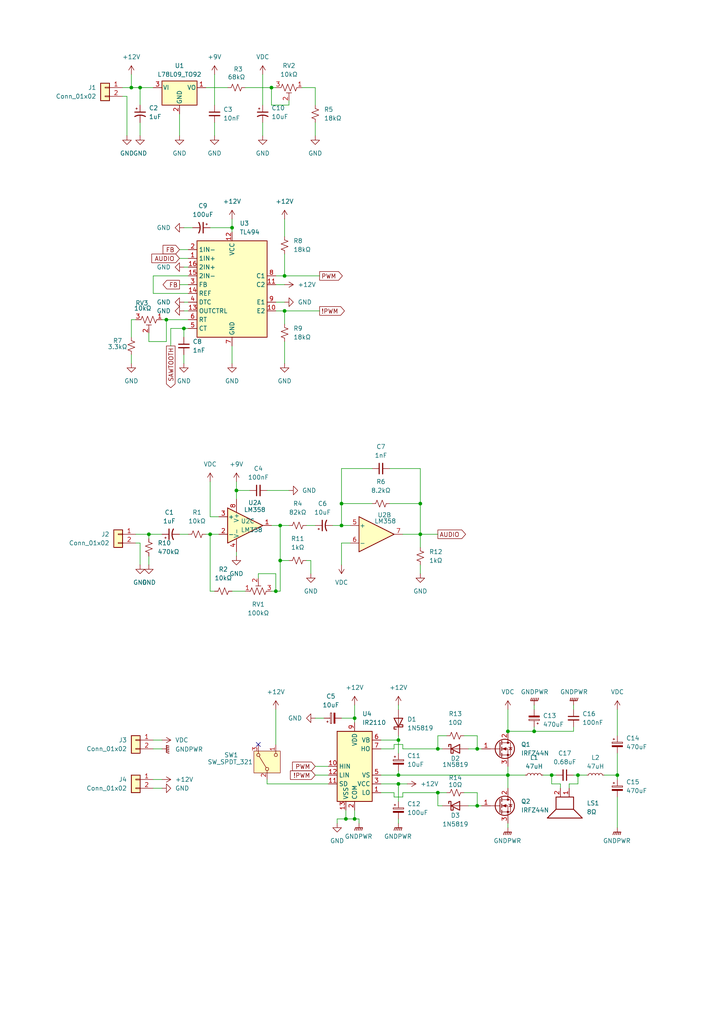
<source format=kicad_sch>
(kicad_sch (version 20231120) (generator "eeschema") (generator_version "8.0")
  (paper "A4" portrait)
  (lib_symbols
    (symbol "Amplifier_Operational:LM358" (pin_names (offset 0.127))
      (property "Reference" "U" (at 0 5.08 0))
      (property "Value" "LM358" (at 0 -5.08 0))
      (symbol "LM358_1_1"
        (pin output line (at 7.62 0 180) (length 2.54) (name "~") (number "1"))
        (pin input line (at -7.62 -2.54 0) (length 2.54) (name "-") (number "2"))
        (pin input line (at -7.62 2.54 0) (length 2.54) (name "+") (number "3"))
      )
      (symbol "LM358_2_1"
        (pin input line (at -7.62 2.54 0) (length 2.54) (name "+") (number "5"))
        (pin input line (at -7.62 -2.54 0) (length 2.54) (name "-") (number "6"))
        (pin output line (at 7.62 0 180) (length 2.54) (name "~") (number "7"))
      )
      (symbol "LM358_3_1"
        (pin power_in line (at -2.54 -7.62 90) (length 3.81) (name "V-") (number "4"))
        (pin power_in line (at -2.54 7.62 270) (length 3.81) (name "V+") (number "8"))
      )
    )
    (symbol "Connector_Generic:Conn_01x02" (pin_names (offset 1.016) hide)
      (property "Reference" "J" (at 0 2.54 0))
      (property "Value" "Conn_01x02" (at 0 -5.08 0))
      (symbol "Conn_01x02_1_1"
        (pin passive line (at -5.08 0 0) (length 3.81) (name "Pin_1") (number "1"))
        (pin passive line (at -5.08 -2.54 0) (length 3.81) (name "Pin_2") (number "2"))
      )
    )
    (symbol "Device:C_Polarized_Small" (pin_numbers hide) (pin_names (offset 0.254) hide)
      (property "Reference" "C" (at 0.254 1.778 0))
      (property "Value" "C_Polarized_Small" (at 0.254 -2.032 0))
      (symbol "C_Polarized_Small_1_1"
        (pin passive line (at 0 2.54 270) (length 1.8542) (name "~") (number "1"))
        (pin passive line (at 0 -2.54 90) (length 1.8542) (name "~") (number "2"))
      )
    )
    (symbol "Device:C_Polarized_Small_US" (pin_numbers hide) (pin_names (offset 0.254) hide)
      (property "Reference" "C" (at 0.254 1.778 0))
      (property "Value" "C_Polarized_Small_US" (at 0.254 -2.032 0))
      (symbol "C_Polarized_Small_US_1_1"
        (pin passive line (at 0 2.54 270) (length 2.032) (name "~") (number "1"))
        (pin passive line (at 0 -2.54 90) (length 2.032) (name "~") (number "2"))
      )
    )
    (symbol "Device:C_Small" (pin_numbers hide) (pin_names (offset 0.254) hide)
      (property "Reference" "C" (at 0.254 1.778 0))
      (property "Value" "C_Small" (at 0.254 -2.032 0))
      (symbol "C_Small_1_1"
        (pin passive line (at 0 2.54 270) (length 2.032) (name "~") (number "1"))
        (pin passive line (at 0 -2.54 90) (length 2.032) (name "~") (number "2"))
      )
    )
    (symbol "Device:L_Small" (pin_numbers hide) (pin_names (offset 0.254) hide)
      (property "Reference" "L" (at 0.762 1.016 0))
      (property "Value" "L_Small" (at 0.762 -1.016 0))
      (symbol "L_Small_1_1"
        (pin passive line (at 0 2.54 270) (length 0.508) (name "~") (number "1"))
        (pin passive line (at 0 -2.54 90) (length 0.508) (name "~") (number "2"))
      )
    )
    (symbol "Device:R_Potentiometer_Trim_US" (pin_names (offset 1.016) hide)
      (property "Reference" "RV" (at -4.445 0 90))
      (property "Value" "R_Potentiometer_Trim_US" (at -2.54 0 90))
      (symbol "R_Potentiometer_Trim_US_1_1"
        (pin passive line (at 0 3.81 270) (length 1.27) (name "1") (number "1"))
        (pin passive line (at 3.81 0 180) (length 1.27) (name "2") (number "2"))
        (pin passive line (at 0 -3.81 90) (length 1.27) (name "3") (number "3"))
      )
    )
    (symbol "Device:R_Small_US" (pin_numbers hide) (pin_names (offset 0.254) hide)
      (property "Reference" "R" (at 0.762 0.508 0))
      (property "Value" "R_Small_US" (at 0.762 -1.016 0))
      (symbol "R_Small_US_1_1"
        (pin passive line (at 0 2.54 270) (length 1.016) (name "~") (number "1"))
        (pin passive line (at 0 -2.54 90) (length 1.016) (name "~") (number "2"))
      )
    )
    (symbol "Device:Speaker" (pin_names (offset 0) hide)
      (property "Reference" "LS" (at 1.27 5.715 0))
      (property "Value" "Speaker" (at 1.27 3.81 0))
      (symbol "Speaker_1_1"
        (pin input line (at -5.08 0 0) (length 2.54) (name "1") (number "1"))
        (pin input line (at -5.08 -2.54 0) (length 2.54) (name "2") (number "2"))
      )
    )
    (symbol "Diode:1N5819" (pin_numbers hide) (pin_names (offset 1.016) hide)
      (property "Reference" "D" (at 0 2.54 0))
      (property "Value" "1N5819" (at 0 -2.54 0))
      (symbol "1N5819_1_1"
        (pin passive line (at -3.81 0 0) (length 2.54) (name "K") (number "1"))
        (pin passive line (at 3.81 0 180) (length 2.54) (name "A") (number "2"))
      )
    )
    (symbol "Driver_FET:IR2110"
      (property "Reference" "U" (at 1.27 13.335 0))
      (property "Value" "IR2110" (at 1.27 11.43 0))
      (symbol "IR2110_1_1"
        (pin output line (at 7.62 -7.62 180) (length 2.54) (name "LO") (number "1"))
        (pin input line (at -7.62 0 0) (length 2.54) (name "HIN") (number "10"))
        (pin input line (at -7.62 -5.08 0) (length 2.54) (name "SD") (number "11"))
        (pin input line (at -7.62 -2.54 0) (length 2.54) (name "LIN") (number "12"))
        (pin power_in line (at -2.54 -12.7 90) (length 2.54) (name "VSS") (number "13"))
        (pin no_connect line (at -5.08 2.54 0) (length 2.54) hide (name "NC") (number "14"))
        (pin power_in line (at 0 -12.7 90) (length 2.54) (name "COM") (number "2"))
        (pin power_in line (at 7.62 -5.08 180) (length 2.54) (name "VCC") (number "3"))
        (pin no_connect line (at -5.08 7.62 0) (length 2.54) hide (name "NC") (number "4"))
        (pin passive line (at 7.62 -2.54 180) (length 2.54) (name "VS") (number "5"))
        (pin passive line (at 7.62 7.62 180) (length 2.54) (name "VB") (number "6"))
        (pin output line (at 7.62 5.08 180) (length 2.54) (name "HO") (number "7"))
        (pin no_connect line (at -5.08 5.08 0) (length 2.54) hide (name "NC") (number "8"))
        (pin power_in line (at 0 12.7 270) (length 2.54) (name "VDD") (number "9"))
      )
    )
    (symbol "Regulator_Controller:TL494"
      (property "Reference" "U" (at 3.81 19.05 0))
      (property "Value" "TL494" (at 3.81 16.51 0))
      (symbol "TL494_1_1"
        (pin input line (at -12.7 10.16 0) (length 2.54) (name "1IN+") (number "1"))
        (pin passive line (at 12.7 -5.08 180) (length 2.54) (name "E2") (number "10"))
        (pin passive line (at 12.7 2.54 180) (length 2.54) (name "C2") (number "11"))
        (pin power_in line (at 0 17.78 270) (length 2.54) (name "VCC") (number "12"))
        (pin input line (at -12.7 -5.08 0) (length 2.54) (name "OUTCTRL") (number "13"))
        (pin power_out line (at -12.7 0 0) (length 2.54) (name "REF") (number "14"))
        (pin input line (at -12.7 5.08 0) (length 2.54) (name "2IN-") (number "15"))
        (pin input line (at -12.7 7.62 0) (length 2.54) (name "2IN+") (number "16"))
        (pin input line (at -12.7 12.7 0) (length 2.54) (name "1IN-") (number "2"))
        (pin output line (at -12.7 2.54 0) (length 2.54) (name "FB") (number "3"))
        (pin input line (at -12.7 -2.54 0) (length 2.54) (name "DTC") (number "4"))
        (pin passive line (at -12.7 -10.16 0) (length 2.54) (name "CT") (number "5"))
        (pin passive line (at -12.7 -7.62 0) (length 2.54) (name "RT") (number "6"))
        (pin power_in line (at 0 -15.24 90) (length 2.54) (name "GND") (number "7"))
        (pin passive line (at 12.7 5.08 180) (length 2.54) (name "C1") (number "8"))
        (pin passive line (at 12.7 -2.54 180) (length 2.54) (name "E1") (number "9"))
      )
    )
    (symbol "Regulator_Linear:L78L09_TO92" (pin_names (offset 0.254))
      (property "Reference" "U" (at -3.81 3.175 0))
      (property "Value" "L78L09_TO92" (at 0 3.175 0))
      (symbol "L78L09_TO92_1_1"
        (pin power_out line (at 7.62 0 180) (length 2.54) (name "VO") (number "1"))
        (pin power_in line (at 0 -7.62 90) (length 2.54) (name "GND") (number "2"))
        (pin power_in line (at -7.62 0 0) (length 2.54) (name "VI") (number "3"))
      )
    )
    (symbol "Switch:SW_SPDT_321" (pin_names (offset 1) hide)
      (property "Reference" "SW" (at 0 5.08 0))
      (property "Value" "SW_SPDT_321" (at 0 -5.08 0))
      (symbol "SW_SPDT_321_1_1"
        (pin passive line (at 5.08 -2.54 180) (length 2.54) (name "C") (number "1"))
        (pin passive line (at -5.08 0 0) (length 2.54) (name "B") (number "2"))
        (pin passive line (at 5.08 2.54 180) (length 2.54) (name "A") (number "3"))
      )
    )
    (symbol "Transistor_FET:IRLZ44N" (pin_names hide)
      (property "Reference" "Q" (at 5.08 1.905 0))
      (property "Value" "IRLZ44N" (at 5.08 0 0))
      (symbol "IRLZ44N_1_1"
        (pin input line (at -5.08 0 0) (length 2.54) (name "G") (number "1"))
        (pin passive line (at 2.54 5.08 270) (length 2.54) (name "D") (number "2"))
        (pin passive line (at 2.54 -5.08 90) (length 2.54) (name "S") (number "3"))
      )
    )
    (symbol "power:+12V" (power) (pin_numbers hide) (pin_names (offset 0) hide)
      (property "Value" "+12V" (at 0 3.556 0))
      (symbol "+12V_1_1"
        (pin power_in line (at 0 0 90) (length 0) (name "~") (number "1"))
      )
    )
    (symbol "power:+9V" (power) (pin_numbers hide) (pin_names (offset 0) hide)
      (property "Value" "+9V" (at 0 3.556 0))
      (symbol "+9V_1_1"
        (pin power_in line (at 0 0 90) (length 0) (name "~") (number "1"))
      )
    )
    (symbol "power:GND" (power) (pin_numbers hide) (pin_names (offset 0) hide)
      (property "Value" "GND" (at 0 -3.81 0))
      (symbol "GND_1_1"
        (pin power_in line (at 0 0 270) (length 0) (name "~") (number "1"))
      )
    )
    (symbol "power:GNDPWR" (power) (pin_numbers hide) (pin_names (offset 0) hide)
      (property "Value" "GNDPWR" (at 0 -3.302 0))
      (symbol "GNDPWR_1_1"
        (pin power_in line (at 0 0 270) (length 0) (name "~") (number "1"))
      )
    )
    (symbol "power:VDC" (power) (pin_numbers hide) (pin_names (offset 0) hide)
      (property "Value" "VDC" (at 0 3.556 0))
      (symbol "VDC_1_1"
        (pin power_in line (at 0 0 90) (length 0) (name "~") (number "1"))
      )
    )
  )
  (junction (at 154.94 212.09))
  (junction (at 102.87 208.28))
  (junction (at 121.92 146.05))
  (junction (at 138.43 217.17))
  (junction (at 60.96 154.94))
  (junction (at 82.55 90.17))
  (junction (at 38.1 25.4))
  (junction (at 81.28 162.56))
  (junction (at 138.43 233.68))
  (junction (at 115.57 214.63))
  (junction (at 160.02 224.79))
  (junction (at 100.33 237.49))
  (junction (at 48.26 92.71))
  (junction (at 115.57 227.33))
  (junction (at 82.55 80.01))
  (junction (at 80.01 171.45))
  (junction (at 99.06 146.05))
  (junction (at 121.92 154.94))
  (junction (at 147.32 212.09))
  (junction (at 67.31 66.04))
  (junction (at 115.57 224.79))
  (junction (at 127 229.87))
  (junction (at 53.34 95.25))
  (junction (at 147.32 224.79))
  (junction (at 43.18 154.94))
  (junction (at 102.87 237.49))
  (junction (at 99.06 152.4))
  (junction (at 40.64 25.4))
  (junction (at 81.28 152.4))
  (junction (at 167.64 224.79))
  (junction (at 68.58 142.24))
  (junction (at 179.07 224.79))
  (junction (at 127 217.17))
  (junction (at 78.74 25.4))
  (no_connect (at 74.93 215.9))
  (wire (pts (xy 114.3 229.87) (xy 114.3 231.14)))
  (wire (pts (xy 114.3 217.17) (xy 114.3 215.9)))
  (wire (pts (xy 63.5 149.86) (xy 60.96 149.86)))
  (wire (pts (xy 44.45 85.09) (xy 44.45 80.01)))
  (wire (pts (xy 115.57 204.47) (xy 115.57 205.74)))
  (wire (pts (xy 167.64 227.33) (xy 167.64 224.79)))
  (wire (pts (xy 40.64 35.56) (xy 40.64 39.37)))
  (wire (pts (xy 128.27 233.68) (xy 127 233.68)))
  (wire (pts (xy 48.26 92.71) (xy 54.61 92.71)))
  (wire (pts (xy 53.34 77.47) (xy 54.61 77.47)))
  (wire (pts (xy 115.57 214.63) (xy 115.57 218.44)))
  (wire (pts (xy 102.87 204.47) (xy 102.87 208.28)))
  (wire (pts (xy 62.23 21.59) (xy 62.23 30.48)))
  (wire (pts (xy 99.06 157.48) (xy 99.06 163.83)))
  (wire (pts (xy 80.01 205.74) (xy 80.01 215.9)))
  (wire (pts (xy 118.11 227.33) (xy 115.57 227.33)))
  (wire (pts (xy 99.06 152.4) (xy 101.6 152.4)))
  (wire (pts (xy 44.45 226.06) (xy 46.99 226.06)))
  (wire (pts (xy 39.37 154.94) (xy 43.18 154.94)))
  (wire (pts (xy 110.49 217.17) (xy 114.3 217.17)))
  (wire (pts (xy 43.18 154.94) (xy 43.18 156.21)))
  (wire (pts (xy 127 217.17) (xy 128.27 217.17)))
  (wire (pts (xy 54.61 85.09) (xy 44.45 85.09)))
  (wire (pts (xy 49.53 95.25) (xy 53.34 95.25)))
  (wire (pts (xy 110.49 214.63) (xy 115.57 214.63)))
  (wire (pts (xy 121.92 146.05) (xy 121.92 154.94)))
  (wire (pts (xy 175.26 224.79) (xy 179.07 224.79)))
  (wire (pts (xy 116.84 217.17) (xy 127 217.17)))
  (wire (pts (xy 110.49 224.79) (xy 115.57 224.79)))
  (wire (pts (xy 91.44 208.28) (xy 93.98 208.28)))
  (wire (pts (xy 147.32 222.25) (xy 147.32 224.79)))
  (wire (pts (xy 52.07 72.39) (xy 54.61 72.39)))
  (wire (pts (xy 43.18 154.94) (xy 46.99 154.94)))
  (wire (pts (xy 134.62 229.87) (xy 138.43 229.87)))
  (wire (pts (xy 154.94 210.82) (xy 154.94 212.09)))
  (wire (pts (xy 60.96 149.86) (xy 60.96 139.7)))
  (wire (pts (xy 82.55 93.98) (xy 82.55 90.17)))
  (wire (pts (xy 110.49 229.87) (xy 114.3 229.87)))
  (wire (pts (xy 113.03 146.05) (xy 121.92 146.05)))
  (wire (pts (xy 166.37 224.79) (xy 167.64 224.79)))
  (wire (pts (xy 115.57 227.33) (xy 115.57 232.41)))
  (wire (pts (xy 44.45 80.01) (xy 54.61 80.01)))
  (wire (pts (xy 121.92 154.94) (xy 121.92 158.75)))
  (wire (pts (xy 52.07 74.93) (xy 54.61 74.93)))
  (wire (pts (xy 147.32 224.79) (xy 147.32 228.6)))
  (wire (pts (xy 81.28 162.56) (xy 81.28 152.4)))
  (wire (pts (xy 147.32 205.74) (xy 147.32 212.09)))
  (wire (pts (xy 147.32 238.76) (xy 147.32 240.03)))
  (wire (pts (xy 44.45 217.17) (xy 46.99 217.17)))
  (wire (pts (xy 82.55 90.17) (xy 92.71 90.17)))
  (wire (pts (xy 115.57 213.36) (xy 115.57 214.63)))
  (wire (pts (xy 53.34 87.63) (xy 54.61 87.63)))
  (wire (pts (xy 59.69 154.94) (xy 60.96 154.94)))
  (wire (pts (xy 99.06 208.28) (xy 102.87 208.28)))
  (wire (pts (xy 154.94 212.09) (xy 147.32 212.09)))
  (wire (pts (xy 81.28 171.45) (xy 81.28 162.56)))
  (wire (pts (xy 80.01 171.45) (xy 81.28 171.45)))
  (wire (pts (xy 166.37 210.82) (xy 166.37 212.09)))
  (wire (pts (xy 80.01 166.37) (xy 80.01 171.45)))
  (wire (pts (xy 44.45 214.63) (xy 46.99 214.63)))
  (wire (pts (xy 76.2 21.59) (xy 76.2 30.48)))
  (wire (pts (xy 48.26 92.71) (xy 48.26 99.06)))
  (wire (pts (xy 138.43 229.87) (xy 138.43 233.68)))
  (wire (pts (xy 53.34 95.25) (xy 54.61 95.25)))
  (wire (pts (xy 38.1 21.59) (xy 38.1 25.4)))
  (wire (pts (xy 74.93 166.37) (xy 80.01 166.37)))
  (wire (pts (xy 135.89 217.17) (xy 138.43 217.17)))
  (wire (pts (xy 78.74 152.4) (xy 81.28 152.4)))
  (wire (pts (xy 52.07 154.94) (xy 54.61 154.94)))
  (wire (pts (xy 53.34 90.17) (xy 54.61 90.17)))
  (wire (pts (xy 114.3 215.9) (xy 116.84 215.9)))
  (wire (pts (xy 81.28 152.4) (xy 83.82 152.4)))
  (wire (pts (xy 40.64 25.4) (xy 40.64 30.48)))
  (wire (pts (xy 46.99 92.71) (xy 48.26 92.71)))
  (wire (pts (xy 127 213.36) (xy 127 217.17)))
  (wire (pts (xy 113.03 135.89) (xy 121.92 135.89)))
  (wire (pts (xy 83.82 29.21) (xy 83.82 30.48)))
  (wire (pts (xy 71.12 25.4) (xy 78.74 25.4)))
  (wire (pts (xy 165.1 227.33) (xy 167.64 227.33)))
  (wire (pts (xy 179.07 224.79) (xy 179.07 226.06)))
  (wire (pts (xy 38.1 25.4) (xy 40.64 25.4)))
  (wire (pts (xy 100.33 234.95) (xy 100.33 237.49)))
  (wire (pts (xy 157.48 224.79) (xy 160.02 224.79)))
  (wire (pts (xy 68.58 142.24) (xy 68.58 144.78)))
  (wire (pts (xy 104.14 237.49) (xy 102.87 237.49)))
  (wire (pts (xy 78.74 25.4) (xy 80.01 25.4)))
  (wire (pts (xy 67.31 100.33) (xy 67.31 105.41)))
  (wire (pts (xy 90.17 162.56) (xy 88.9 162.56)))
  (wire (pts (xy 68.58 142.24) (xy 72.39 142.24)))
  (wire (pts (xy 81.28 162.56) (xy 83.82 162.56)))
  (wire (pts (xy 162.56 228.6) (xy 162.56 227.33)))
  (wire (pts (xy 40.64 157.48) (xy 40.64 163.83)))
  (wire (pts (xy 80.01 80.01) (xy 82.55 80.01)))
  (wire (pts (xy 60.96 66.04) (xy 67.31 66.04)))
  (wire (pts (xy 116.84 215.9) (xy 116.84 217.17)))
  (wire (pts (xy 104.14 238.76) (xy 104.14 237.49)))
  (wire (pts (xy 40.64 25.4) (xy 44.45 25.4)))
  (wire (pts (xy 76.2 35.56) (xy 76.2 39.37)))
  (wire (pts (xy 115.57 237.49) (xy 115.57 238.76)))
  (wire (pts (xy 49.53 100.33) (xy 49.53 95.25)))
  (wire (pts (xy 78.74 30.48) (xy 78.74 25.4)))
  (wire (pts (xy 116.84 154.94) (xy 121.92 154.94)))
  (wire (pts (xy 77.47 226.06) (xy 77.47 227.33)))
  (wire (pts (xy 83.82 30.48) (xy 78.74 30.48)))
  (wire (pts (xy 179.07 218.44) (xy 179.07 224.79)))
  (wire (pts (xy 67.31 171.45) (xy 71.12 171.45)))
  (wire (pts (xy 166.37 204.47) (xy 166.37 205.74)))
  (wire (pts (xy 102.87 208.28) (xy 102.87 209.55)))
  (wire (pts (xy 91.44 25.4) (xy 91.44 30.48)))
  (wire (pts (xy 138.43 213.36) (xy 138.43 217.17)))
  (wire (pts (xy 138.43 233.68) (xy 139.7 233.68)))
  (wire (pts (xy 53.34 66.04) (xy 55.88 66.04)))
  (wire (pts (xy 160.02 227.33) (xy 160.02 224.79)))
  (wire (pts (xy 82.55 80.01) (xy 92.71 80.01)))
  (wire (pts (xy 91.44 222.25) (xy 95.25 222.25)))
  (wire (pts (xy 38.1 92.71) (xy 39.37 92.71)))
  (wire (pts (xy 127 233.68) (xy 127 229.87)))
  (wire (pts (xy 67.31 66.04) (xy 67.31 67.31)))
  (wire (pts (xy 110.49 227.33) (xy 115.57 227.33)))
  (wire (pts (xy 107.95 135.89) (xy 99.06 135.89)))
  (wire (pts (xy 80.01 90.17) (xy 82.55 90.17)))
  (wire (pts (xy 139.7 217.17) (xy 138.43 217.17)))
  (wire (pts (xy 99.06 146.05) (xy 99.06 152.4)))
  (wire (pts (xy 52.07 82.55) (xy 54.61 82.55)))
  (wire (pts (xy 115.57 224.79) (xy 147.32 224.79)))
  (wire (pts (xy 60.96 154.94) (xy 60.96 171.45)))
  (wire (pts (xy 39.37 157.48) (xy 40.64 157.48)))
  (wire (pts (xy 116.84 231.14) (xy 116.84 229.87)))
  (wire (pts (xy 160.02 224.79) (xy 161.29 224.79)))
  (wire (pts (xy 121.92 163.83) (xy 121.92 166.37)))
  (wire (pts (xy 36.83 27.94) (xy 36.83 39.37)))
  (wire (pts (xy 115.57 223.52) (xy 115.57 224.79)))
  (wire (pts (xy 91.44 35.56) (xy 91.44 39.37)))
  (wire (pts (xy 101.6 157.48) (xy 99.06 157.48)))
  (wire (pts (xy 147.32 224.79) (xy 152.4 224.79)))
  (wire (pts (xy 78.74 171.45) (xy 80.01 171.45)))
  (wire (pts (xy 154.94 204.47) (xy 154.94 205.74)))
  (wire (pts (xy 116.84 229.87) (xy 127 229.87)))
  (wire (pts (xy 59.69 25.4) (xy 66.04 25.4)))
  (wire (pts (xy 74.93 167.64) (xy 74.93 166.37)))
  (wire (pts (xy 60.96 154.94) (xy 63.5 154.94)))
  (wire (pts (xy 77.47 227.33) (xy 95.25 227.33)))
  (wire (pts (xy 121.92 154.94) (xy 127 154.94)))
  (wire (pts (xy 68.58 160.02) (xy 68.58 161.29)))
  (wire (pts (xy 43.18 99.06) (xy 48.26 99.06)))
  (wire (pts (xy 77.47 142.24) (xy 83.82 142.24)))
  (wire (pts (xy 38.1 97.79) (xy 38.1 92.71)))
  (wire (pts (xy 35.56 27.94) (xy 36.83 27.94)))
  (wire (pts (xy 82.55 99.06) (xy 82.55 105.41)))
  (wire (pts (xy 82.55 63.5) (xy 82.55 68.58)))
  (wire (pts (xy 100.33 237.49) (xy 97.79 237.49)))
  (wire (pts (xy 87.63 25.4) (xy 91.44 25.4)))
  (wire (pts (xy 97.79 237.49) (xy 97.79 238.76)))
  (wire (pts (xy 90.17 166.37) (xy 90.17 162.56)))
  (wire (pts (xy 53.34 97.79) (xy 53.34 95.25)))
  (wire (pts (xy 102.87 237.49) (xy 100.33 237.49)))
  (wire (pts (xy 38.1 102.87) (xy 38.1 105.41)))
  (wire (pts (xy 43.18 161.29) (xy 43.18 163.83)))
  (wire (pts (xy 162.56 227.33) (xy 160.02 227.33)))
  (wire (pts (xy 114.3 231.14) (xy 116.84 231.14)))
  (wire (pts (xy 166.37 212.09) (xy 154.94 212.09)))
  (wire (pts (xy 102.87 234.95) (xy 102.87 237.49)))
  (wire (pts (xy 68.58 139.7) (xy 68.58 142.24)))
  (wire (pts (xy 127 229.87) (xy 129.54 229.87)))
  (wire (pts (xy 134.62 213.36) (xy 138.43 213.36)))
  (wire (pts (xy 62.23 171.45) (xy 60.96 171.45)))
  (wire (pts (xy 135.89 233.68) (xy 138.43 233.68)))
  (wire (pts (xy 82.55 80.01) (xy 82.55 73.66)))
  (wire (pts (xy 91.44 224.79) (xy 95.25 224.79)))
  (wire (pts (xy 121.92 135.89) (xy 121.92 146.05)))
  (wire (pts (xy 99.06 135.89) (xy 99.06 146.05)))
  (wire (pts (xy 62.23 35.56) (xy 62.23 39.37)))
  (wire (pts (xy 44.45 228.6) (xy 46.99 228.6)))
  (wire (pts (xy 167.64 224.79) (xy 170.18 224.79)))
  (wire (pts (xy 99.06 146.05) (xy 107.95 146.05)))
  (wire (pts (xy 179.07 205.74) (xy 179.07 213.36)))
  (wire (pts (xy 35.56 25.4) (xy 38.1 25.4)))
  (wire (pts (xy 88.9 152.4) (xy 91.44 152.4)))
  (wire (pts (xy 52.07 33.02) (xy 52.07 39.37)))
  (wire (pts (xy 80.01 82.55) (xy 82.55 82.55)))
  (wire (pts (xy 43.18 96.52) (xy 43.18 99.06)))
  (wire (pts (xy 179.07 231.14) (xy 179.07 240.03)))
  (wire (pts (xy 165.1 228.6) (xy 165.1 227.33)))
  (wire (pts (xy 67.31 63.5) (xy 67.31 66.04)))
  (wire (pts (xy 129.54 213.36) (xy 127 213.36)))
  (wire (pts (xy 96.52 152.4) (xy 99.06 152.4)))
  (wire (pts (xy 80.01 87.63) (xy 82.55 87.63)))
  (wire (pts (xy 53.34 102.87) (xy 53.34 105.41)))
  (global_label "FB" (shape input) (at 52.07 72.39 180) (property "Intersheetrefs" "${INTERSHEET_REFS}" (effects (hide yes))))
  (global_label "PWM" (shape input) (at 91.44 222.25 180) (property "Intersheetrefs" "${INTERSHEET_REFS}" (effects (hide yes))))
  (global_label "FB" (shape output) (at 52.07 82.55 180) (property "Intersheetrefs" "${INTERSHEET_REFS}" (effects (hide yes))))
  (global_label "PWM" (shape output) (at 92.71 80.01 0) (property "Intersheetrefs" "${INTERSHEET_REFS}" (effects (hide yes))))
  (global_label "AUDIO" (shape output) (at 127 154.94 0) (property "Intersheetrefs" "${INTERSHEET_REFS}" (effects (hide yes))))
  (global_label "!PWM" (shape output) (at 92.71 90.17 0) (property "Intersheetrefs" "${INTERSHEET_REFS}" (effects (hide yes))))
  (global_label "SAWTOOTH" (shape output) (at 49.53 100.33 270) (property "Intersheetrefs" "${INTERSHEET_REFS}" (effects (hide yes))))
  (global_label "AUDIO" (shape input) (at 52.07 74.93 180) (property "Intersheetrefs" "${INTERSHEET_REFS}" (effects (hide yes))))
  (global_label "!PWM" (shape input) (at 91.44 224.79 180) (property "Intersheetrefs" "${INTERSHEET_REFS}" (effects (hide yes))))
  (symbol (lib_id "Device:L_Small") (at 154.94 224.79 90) (unit 1)
    (property "Reference" "L1" (at 154.94 219.71 90))
    (property "Value" "47uH" (at 154.94 222.25 90))
    (property "Footprint" "Inductor_THT:L_Radial_D12.5mm_P7.00mm_Fastron_09HCP" (effects (hide yes)))
    (property "Description" "Inductor, small symbol" (effects (hide yes)))
  )
  (symbol (lib_id "Device:R_Small_US") (at 64.77 171.45 90) (unit 1)
    (property "Reference" "R2" (at 64.77 165.1 90))
    (property "Value" "10kΩ" (at 64.77 167.64 90))
    (property "Footprint" "Resistor_THT:R_Axial_DIN0204_L3.6mm_D1.6mm_P7.62mm_Horizontal" (effects (hide yes)))
    (property "Description" "Resistor, small US symbol" (effects (hide yes)))
  )
  (symbol (lib_id "Device:C_Small") (at 74.93 142.24 90) (unit 1)
    (property "Reference" "C4" (at 74.9363 135.89 90))
    (property "Value" "100nF" (at 74.9363 138.43 90))
    (property "Footprint" "Capacitor_THT:C_Disc_D5.0mm_W2.5mm_P5.00mm" (effects (hide yes)))
    (property "Description" "Unpolarized capacitor, small symbol" (effects (hide yes)))
  )
  (symbol (lib_id "Device:C_Polarized_Small") (at 179.07 228.6 0) (unit 1)
    (property "Reference" "C15" (at 181.61 226.7838 0) (effects (justify left)))
    (property "Value" "470uF" (at 181.61 229.3238 0) (effects (justify left)))
    (property "Footprint" "Capacitor_THT:CP_Radial_D10.0mm_P5.00mm" (effects (hide yes)))
    (property "Description" "Polarized capacitor, small symbol" (effects (hide yes)))
  )
  (symbol (lib_id "Device:C_Polarized_Small_US") (at 58.42 66.04 270) (unit 1)
    (property "Reference" "C9" (at 58.8518 59.69 90))
    (property "Value" "100uF" (at 58.8518 62.23 90))
    (property "Footprint" "Capacitor_THT:CP_Radial_D6.3mm_P2.50mm" (effects (hide yes)))
    (property "Description" "Polarized capacitor, small US symbol" (effects (hide yes)))
  )
  (symbol (lib_id "Device:L_Small") (at 172.72 224.79 90) (unit 1)
    (property "Reference" "L2" (at 172.72 219.71 90))
    (property "Value" "47uH" (at 172.72 222.25 90))
    (property "Footprint" "Inductor_THT:L_Radial_D12.5mm_P7.00mm_Fastron_09HCP" (effects (hide yes)))
    (property "Description" "Inductor, small symbol" (effects (hide yes)))
  )
  (symbol (lib_id "power:VDC") (at 60.96 139.7 0) (unit 1)
    (property "Reference" "#PWR013" (effects (hide yes)))
    (property "Value" "VDC" (at 60.96 134.62 0))
    (property "Description" "Power symbol creates a global label with name \"VDC\"" (effects (hide yes)))
  )
  (symbol (lib_id "Regulator_Controller:TL494") (at 67.31 85.09 0) (unit 1)
    (property "Reference" "U3" (at 69.5041 64.77 0) (effects (justify left)))
    (property "Value" "TL494" (at 69.5041 67.31 0) (effects (justify left)))
    (property "Footprint" "Package_DIP:DIP-16_W7.62mm" (effects (hide yes)))
    (property "Datasheet" "http://www.ti.com/lit/ds/symlink/tl494.pdf" (effects (hide yes)))
    (property "Description" "Pulse-Width-Modulation Control Circuits, PDIP-16/SOIC-16/TSSOP-16" (effects (hide yes)))
  )
  (symbol (lib_id "Connector_Generic:Conn_01x02") (at 39.37 214.63 0) (mirror y) (unit 1)
    (property "Reference" "J3" (at 36.83 214.6299 0) (effects (justify left)))
    (property "Value" "Conn_01x02" (at 36.83 217.1699 0) (effects (justify left)))
    (property "Footprint" "Connector_JST:JST_XH_B2B-XH-A_1x02_P2.50mm_Vertical" (effects (hide yes)))
    (property "Description" "Generic connector, single row, 01x02, script generated (kicad-library-utils/schlib/autogen/connector/)" (effects (hide yes)))
  )
  (symbol (lib_id "power:GND") (at 53.34 90.17 270) (unit 1)
    (property "Reference" "#PWR026" (effects (hide yes)))
    (property "Value" "GND" (at 49.53 90.1699 90) (effects (justify right)))
    (property "Description" "Power symbol creates a global label with name \"GND\" , ground" (effects (hide yes)))
  )
  (symbol (lib_id "power:GND") (at 36.83 39.37 0) (unit 1)
    (property "Reference" "#PWR05" (effects (hide yes)))
    (property "Value" "GND" (at 36.83 44.45 0))
    (property "Description" "Power symbol creates a global label with name \"GND\" , ground" (effects (hide yes)))
  )
  (symbol (lib_id "power:GND") (at 52.07 39.37 0) (unit 1)
    (property "Reference" "#PWR07" (effects (hide yes)))
    (property "Value" "GND" (at 52.07 44.45 0))
    (property "Description" "Power symbol creates a global label with name \"GND\" , ground" (effects (hide yes)))
  )
  (symbol (lib_id "power:VDC") (at 76.2 21.59 0) (unit 1)
    (property "Reference" "#PWR04" (effects (hide yes)))
    (property "Value" "VDC" (at 76.2 16.51 0))
    (property "Description" "Power symbol creates a global label with name \"VDC\"" (effects (hide yes)))
  )
  (symbol (lib_id "Device:C_Polarized_Small") (at 154.94 208.28 180) (unit 1)
    (property "Reference" "C13" (at 157.48 207.556 0) (effects (justify right)))
    (property "Value" "470uF" (at 157.48 210.096 0) (effects (justify right)))
    (property "Footprint" "Capacitor_THT:CP_Radial_D10.0mm_P5.00mm" (effects (hide yes)))
    (property "Description" "Polarized capacitor, small symbol" (effects (hide yes)))
  )
  (symbol (lib_id "power:GNDPWR") (at 147.32 240.03 0) (unit 1)
    (property "Reference" "#PWR048" (effects (hide yes)))
    (property "Value" "GNDPWR" (at 147.193 243.84 0))
    (property "Description" "Power symbol creates a global label with name \"GNDPWR\" , global ground" (effects (hide yes)))
  )
  (symbol (lib_id "Device:C_Small") (at 62.23 33.02 0) (unit 1)
    (property "Reference" "C3" (at 64.77 31.7562 0) (effects (justify left)))
    (property "Value" "10nF" (at 64.77 34.2962 0) (effects (justify left)))
    (property "Footprint" "Capacitor_THT:C_Disc_D3.8mm_W2.6mm_P2.50mm" (effects (hide yes)))
    (property "Description" "Unpolarized capacitor, small symbol" (effects (hide yes)))
  )
  (symbol (lib_id "power:GNDPWR") (at 46.99 217.17 90) (unit 1)
    (property "Reference" "#PWR035" (effects (hide yes)))
    (property "Value" "GNDPWR" (at 50.8 217.2969 90) (effects (justify right)))
    (property "Description" "Power symbol creates a global label with name \"GNDPWR\" , global ground" (effects (hide yes)))
  )
  (symbol (lib_id "Device:R_Small_US") (at 57.15 154.94 90) (unit 1)
    (property "Reference" "R1" (at 57.15 148.59 90))
    (property "Value" "10kΩ" (at 57.15 151.13 90))
    (property "Footprint" "Resistor_THT:R_Axial_DIN0204_L3.6mm_D1.6mm_P7.62mm_Horizontal" (effects (hide yes)))
    (property "Description" "Resistor, small US symbol" (effects (hide yes)))
  )
  (symbol (lib_id "power:VDC") (at 179.07 205.74 0) (unit 1)
    (property "Reference" "#PWR049" (effects (hide yes)))
    (property "Value" "VDC" (at 179.07 200.66 0))
    (property "Description" "Power symbol creates a global label with name \"VDC\"" (effects (hide yes)))
  )
  (symbol (lib_id "Switch:SW_SPDT_321") (at 77.47 220.98 90) (unit 1)
    (property "Reference" "SW1" (at 65.024 218.948 90) (effects (justify right)))
    (property "Value" "SW_SPDT_321" (at 60.198 220.98 90) (effects (justify right)))
    (property "Footprint" "Button_Switch_THT:SW_NKK_GW12LJP" (effects (hide yes)))
    (property "Description" "Switch, single pole double throw" (effects (hide yes)))
  )
  (symbol (lib_id "Diode:1N5819") (at 132.08 233.68 0) (unit 1)
    (property "Reference" "D3" (at 132.08 236.474 0))
    (property "Value" "1N5819" (at 132.08 239.014 0))
    (property "Footprint" "Diode_THT:D_DO-41_SOD81_P10.16mm_Horizontal" (effects (hide yes)))
    (property "Datasheet" "http://www.vishay.com/docs/88525/1n5817.pdf" (effects (hide yes)))
    (property "Description" "40V 1A Schottky Barrier Rectifier Diode, DO-41" (effects (hide yes)))
  )
  (symbol (lib_id "Connector_Generic:Conn_01x02") (at 34.29 154.94 0) (mirror y) (unit 1)
    (property "Reference" "J2" (at 31.75 154.9399 0) (effects (justify left)))
    (property "Value" "Conn_01x02" (at 31.75 157.4799 0) (effects (justify left)))
    (property "Footprint" "Connector_JST:JST_XH_B2B-XH-A_1x02_P2.50mm_Vertical" (effects (hide yes)))
    (property "Description" "Generic connector, single row, 01x02, script generated (kicad-library-utils/schlib/autogen/connector/)" (effects (hide yes)))
  )
  (symbol (lib_id "Connector_Generic:Conn_01x02") (at 39.37 226.06 0) (mirror y) (unit 1)
    (property "Reference" "J4" (at 36.83 226.0599 0) (effects (justify left)))
    (property "Value" "Conn_01x02" (at 36.83 228.5999 0) (effects (justify left)))
    (property "Footprint" "Connector_JST:JST_XH_B2B-XH-A_1x02_P2.50mm_Vertical" (effects (hide yes)))
    (property "Description" "Generic connector, single row, 01x02, script generated (kicad-library-utils/schlib/autogen/connector/)" (effects (hide yes)))
  )
  (symbol (lib_id "Amplifier_Operational:LM358") (at 71.12 152.4 0) (unit 3)
    (property "Reference" "U2" (at 69.85 151.1299 0) (effects (justify left)))
    (property "Value" "LM358" (at 69.85 153.6699 0) (effects (justify left)))
    (property "Footprint" "Package_DIP:DIP-8_W7.62mm" (effects (hide yes)))
    (property "Datasheet" "http://www.ti.com/lit/ds/symlink/lm2904-n.pdf" (effects (hide yes)))
    (property "Description" "Low-Power, Dual Operational Amplifiers, DIP-8/SOIC-8/TO-99-8" (effects (hide yes)))
  )
  (symbol (lib_id "power:+12V") (at 115.57 204.47 0) (unit 1)
    (property "Reference" "#PWR042" (effects (hide yes)))
    (property "Value" "+12V" (at 115.57 199.39 0))
    (property "Description" "Power symbol creates a global label with name \"+12V\"" (effects (hide yes)))
  )
  (symbol (lib_id "Device:C_Polarized_Small") (at 96.52 208.28 90) (unit 1)
    (property "Reference" "C5" (at 95.9739 201.93 90))
    (property "Value" "10uF" (at 95.9739 204.47 90))
    (property "Footprint" "Capacitor_THT:CP_Radial_D5.0mm_P2.00mm" (effects (hide yes)))
    (property "Description" "Polarized capacitor, small symbol" (effects (hide yes)))
  )
  (symbol (lib_id "power:GND") (at 53.34 66.04 270) (unit 1)
    (property "Reference" "#PWR027" (effects (hide yes)))
    (property "Value" "GND" (at 49.53 66.0399 90) (effects (justify right)))
    (property "Description" "Power symbol creates a global label with name \"GND\" , ground" (effects (hide yes)))
  )
  (symbol (lib_id "power:GND") (at 68.58 161.29 0) (unit 1)
    (property "Reference" "#PWR015" (effects (hide yes)))
    (property "Value" "GND" (at 68.58 166.37 0))
    (property "Description" "Power symbol creates a global label with name \"GND\" , ground" (effects (hide yes)))
  )
  (symbol (lib_id "Amplifier_Operational:LM358") (at 71.12 152.4 0) (unit 1)
    (property "Reference" "U2" (at 73.914 145.796 0))
    (property "Value" "LM358" (at 73.914 147.828 0))
    (property "Footprint" "Package_DIP:DIP-8_W7.62mm" (effects (hide yes)))
    (property "Datasheet" "http://www.ti.com/lit/ds/symlink/lm2904-n.pdf" (effects (hide yes)))
    (property "Description" "Low-Power, Dual Operational Amplifiers, DIP-8/SOIC-8/TO-99-8" (effects (hide yes)))
  )
  (symbol (lib_id "Regulator_Linear:L78L09_TO92") (at 52.07 25.4 0) (unit 1)
    (property "Reference" "U1" (at 52.07 19.05 0))
    (property "Value" "L78L09_TO92" (at 52.07 21.59 0))
    (property "Footprint" "Package_TO_SOT_THT:TO-92_Inline_Wide" (effects (hide yes)))
    (property "Datasheet" "http://www.st.com/content/ccc/resource/technical/document/datasheet/15/55/e5/aa/23/5b/43/fd/CD00000446.pdf/files/CD00000446.pdf/jcr:content/translations/en.CD00000446.pdf" (effects (hide yes)))
    (property "Description" "Positive 100mA 30V Linear Regulator, Fixed Output 9V, TO-92" (effects (hide yes)))
  )
  (symbol (lib_id "power:+12V") (at 82.55 82.55 270) (unit 1)
    (property "Reference" "#PWR030" (effects (hide yes)))
    (property "Value" "+12V" (at 86.36 82.5499 90) (effects (justify left)))
    (property "Description" "Power symbol creates a global label with name \"+12V\"" (effects (hide yes)))
  )
  (symbol (lib_id "power:VDC") (at 147.32 205.74 0) (unit 1)
    (property "Reference" "#PWR044" (effects (hide yes)))
    (property "Value" "VDC" (at 147.32 200.66 0))
    (property "Description" "Power symbol creates a global label with name \"VDC\"" (effects (hide yes)))
  )
  (symbol (lib_id "Device:C_Polarized_Small") (at 115.57 220.98 0) (unit 1)
    (property "Reference" "C11" (at 118.11 219.1638 0) (effects (justify left)))
    (property "Value" "10uF" (at 118.11 221.7038 0) (effects (justify left)))
    (property "Footprint" "Capacitor_THT:CP_Radial_D5.0mm_P2.00mm" (effects (hide yes)))
    (property "Description" "Polarized capacitor, small symbol" (effects (hide yes)))
  )
  (symbol (lib_id "Device:R_Small_US") (at 68.58 25.4 90) (unit 1)
    (property "Reference" "R3" (at 69.088 20.066 90))
    (property "Value" "68kΩ" (at 66.04 22.352 90) (effects (justify right)))
    (property "Footprint" "Resistor_THT:R_Axial_DIN0204_L3.6mm_D1.6mm_P7.62mm_Horizontal" (effects (hide yes)))
    (property "Description" "Resistor, small US symbol" (effects (hide yes)))
  )
  (symbol (lib_id "power:+12V") (at 38.1 21.59 0) (unit 1)
    (property "Reference" "#PWR02" (effects (hide yes)))
    (property "Value" "+12V" (at 38.1 16.51 0))
    (property "Description" "Power symbol creates a global label with name \"+12V\"" (effects (hide yes)))
  )
  (symbol (lib_id "Device:C_Polarized_Small_US") (at 76.2 33.02 0) (unit 1)
    (property "Reference" "C10" (at 78.74 31.3181 0) (effects (justify left)))
    (property "Value" "10uF" (at 78.74 33.8581 0) (effects (justify left)))
    (property "Footprint" "Capacitor_THT:CP_Radial_D5.0mm_P2.00mm" (effects (hide yes)))
    (property "Description" "Polarized capacitor, small US symbol" (effects (hide yes)))
  )
  (symbol (lib_id "Device:R_Potentiometer_Trim_US") (at 43.18 92.71 270) (unit 1)
    (property "Reference" "RV3" (at 41.148 87.884 90))
    (property "Value" "10kΩ" (at 41.402 89.408 90))
    (property "Footprint" "Potentiometer_THT:Potentiometer_Bourns_3296W_Vertical" (effects (hide yes)))
    (property "Description" "Trim-potentiometer, US symbol" (effects (hide yes)))
  )
  (symbol (lib_id "Device:R_Small_US") (at 86.36 152.4 90) (unit 1)
    (property "Reference" "R4" (at 86.36 146.05 90))
    (property "Value" "82kΩ" (at 86.36 148.59 90))
    (property "Footprint" "Resistor_THT:R_Axial_DIN0204_L3.6mm_D1.6mm_P7.62mm_Horizontal" (effects (hide yes)))
    (property "Description" "Resistor, small US symbol" (effects (hide yes)))
  )
  (symbol (lib_id "power:GND") (at 40.64 163.83 0) (unit 1)
    (property "Reference" "#PWR011" (effects (hide yes)))
    (property "Value" "GND" (at 40.64 168.91 0))
    (property "Description" "Power symbol creates a global label with name \"GND\" , ground" (effects (hide yes)))
  )
  (symbol (lib_id "Device:C_Small") (at 166.37 208.28 0) (unit 1)
    (property "Reference" "C16" (at 168.91 207.0162 0) (effects (justify left)))
    (property "Value" "100nF" (at 168.91 209.5562 0) (effects (justify left)))
    (property "Footprint" "Capacitor_THT:C_Disc_D3.8mm_W2.6mm_P2.50mm" (effects (hide yes)))
    (property "Description" "Unpolarized capacitor, small symbol" (effects (hide yes)))
  )
  (symbol (lib_id "power:+12V") (at 102.87 204.47 0) (unit 1)
    (property "Reference" "#PWR041" (effects (hide yes)))
    (property "Value" "+12V" (at 102.87 199.39 0))
    (property "Description" "Power symbol creates a global label with name \"+12V\"" (effects (hide yes)))
  )
  (symbol (lib_id "power:GND") (at 43.18 163.83 0) (unit 1)
    (property "Reference" "#PWR012" (effects (hide yes)))
    (property "Value" "GND" (at 43.18 168.91 0))
    (property "Description" "Power symbol creates a global label with name \"GND\" , ground" (effects (hide yes)))
  )
  (symbol (lib_id "power:GND") (at 97.79 238.76 0) (unit 1)
    (property "Reference" "#PWR040" (effects (hide yes)))
    (property "Value" "GND" (at 97.79 243.84 0))
    (property "Description" "Power symbol creates a global label with name \"GND\" , ground" (effects (hide yes)))
  )
  (symbol (lib_id "Device:R_Small_US") (at 86.36 162.56 90) (unit 1)
    (property "Reference" "R11" (at 86.36 156.21 90))
    (property "Value" "1kΩ" (at 86.36 158.75 90))
    (property "Footprint" "Resistor_THT:R_Axial_DIN0204_L3.6mm_D1.6mm_P7.62mm_Horizontal" (effects (hide yes)))
    (property "Description" "Resistor, small US symbol" (effects (hide yes)))
  )
  (symbol (lib_id "Device:C_Small") (at 110.49 135.89 90) (unit 1)
    (property "Reference" "C7" (at 110.4963 129.54 90))
    (property "Value" "1nF" (at 110.4963 132.08 90))
    (property "Footprint" "Capacitor_THT:C_Disc_D3.8mm_W2.6mm_P2.50mm" (effects (hide yes)))
    (property "Description" "Unpolarized capacitor, small symbol" (effects (hide yes)))
  )
  (symbol (lib_id "Device:R_Small_US") (at 43.18 158.75 0) (unit 1)
    (property "Reference" "R10" (at 45.72 157.4799 0) (effects (justify left)))
    (property "Value" "470kΩ" (at 45.72 160.0199 0) (effects (justify left)))
    (property "Footprint" "Resistor_THT:R_Axial_DIN0204_L3.6mm_D1.6mm_P7.62mm_Horizontal" (effects (hide yes)))
    (property "Description" "Resistor, small US symbol" (effects (hide yes)))
  )
  (symbol (lib_id "power:+12V") (at 67.31 63.5 0) (unit 1)
    (property "Reference" "#PWR028" (effects (hide yes)))
    (property "Value" "+12V" (at 67.31 58.42 0))
    (property "Description" "Power symbol creates a global label with name \"+12V\"" (effects (hide yes)))
  )
  (symbol (lib_id "Diode:1N5819") (at 132.08 217.17 0) (unit 1)
    (property "Reference" "D2" (at 132.08 219.964 0))
    (property "Value" "1N5819" (at 132.08 221.742 0))
    (property "Footprint" "Diode_THT:D_DO-41_SOD81_P10.16mm_Horizontal" (effects (hide yes)))
    (property "Datasheet" "http://www.vishay.com/docs/88525/1n5817.pdf" (effects (hide yes)))
    (property "Description" "40V 1A Schottky Barrier Rectifier Diode, DO-41" (effects (hide yes)))
  )
  (symbol (lib_id "power:VDC") (at 46.99 214.63 270) (unit 1)
    (property "Reference" "#PWR038" (effects (hide yes)))
    (property "Value" "VDC" (at 50.8 214.6299 90) (effects (justify left)))
    (property "Description" "Power symbol creates a global label with name \"VDC\"" (effects (hide yes)))
  )
  (symbol (lib_id "power:GND") (at 38.1 105.41 0) (unit 1)
    (property "Reference" "#PWR020" (effects (hide yes)))
    (property "Value" "GND" (at 38.1 110.49 0))
    (property "Description" "Power symbol creates a global label with name \"GND\" , ground" (effects (hide yes)))
  )
  (symbol (lib_id "Connector_Generic:Conn_01x02") (at 30.48 25.4 0) (mirror y) (unit 1)
    (property "Reference" "J1" (at 27.94 25.3999 0) (effects (justify left)))
    (property "Value" "Conn_01x02" (at 27.94 27.9399 0) (effects (justify left)))
    (property "Footprint" "Connector_BarrelJack:BarrelJack_GCT_DCJ200-10-A_Horizontal" (effects (hide yes)))
    (property "Description" "Generic connector, single row, 01x02, script generated (kicad-library-utils/schlib/autogen/connector/)" (effects (hide yes)))
  )
  (symbol (lib_id "Device:R_Small_US") (at 91.44 33.02 0) (unit 1)
    (property "Reference" "R5" (at 93.98 31.7499 0) (effects (justify left)))
    (property "Value" "18kΩ" (at 93.98 34.2899 0) (effects (justify left)))
    (property "Footprint" "Resistor_THT:R_Axial_DIN0204_L3.6mm_D1.6mm_P7.62mm_Horizontal" (effects (hide yes)))
    (property "Description" "Resistor, small US symbol" (effects (hide yes)))
  )
  (symbol (lib_id "Device:C_Small") (at 53.34 100.33 0) (unit 1)
    (property "Reference" "C8" (at 55.88 99.0662 0) (effects (justify left)))
    (property "Value" "1nF" (at 55.88 101.6062 0) (effects (justify left)))
    (property "Footprint" "Capacitor_THT:C_Disc_D3.8mm_W2.6mm_P2.50mm" (effects (hide yes)))
    (property "Description" "Unpolarized capacitor, small symbol" (effects (hide yes)))
  )
  (symbol (lib_id "Device:R_Small_US") (at 110.49 146.05 90) (unit 1)
    (property "Reference" "R6" (at 110.49 139.7 90))
    (property "Value" "8.2kΩ" (at 110.49 142.24 90))
    (property "Footprint" "Resistor_THT:R_Axial_DIN0204_L3.6mm_D1.6mm_P7.62mm_Horizontal" (effects (hide yes)))
    (property "Description" "Resistor, small US symbol" (effects (hide yes)))
  )
  (symbol (lib_id "Device:C_Polarized_Small_US") (at 49.53 154.94 90) (unit 1)
    (property "Reference" "C1" (at 49.0982 148.59 90))
    (property "Value" "1uF" (at 49.0982 151.13 90))
    (property "Footprint" "Capacitor_THT:CP_Radial_D5.0mm_P2.00mm" (effects (hide yes)))
    (property "Description" "Polarized capacitor, small US symbol" (effects (hide yes)))
  )
  (symbol (lib_id "power:GND") (at 82.55 87.63 90) (unit 1)
    (property "Reference" "#PWR022" (effects (hide yes)))
    (property "Value" "GND" (at 86.36 87.6299 90) (effects (justify right)))
    (property "Description" "Power symbol creates a global label with name \"GND\" , ground" (effects (hide yes)))
  )
  (symbol (lib_id "power:+9V") (at 68.58 139.7 0) (unit 1)
    (property "Reference" "#PWR014" (effects (hide yes)))
    (property "Value" "+9V" (at 68.58 134.62 0))
    (property "Description" "Power symbol creates a global label with name \"+9V\"" (effects (hide yes)))
  )
  (symbol (lib_id "power:GNDPWR") (at 154.94 204.47 180) (unit 1)
    (property "Reference" "#PWR045" (effects (hide yes)))
    (property "Value" "GNDPWR" (at 155.067 200.66 0))
    (property "Description" "Power symbol creates a global label with name \"GNDPWR\" , global ground" (effects (hide yes)))
  )
  (symbol (lib_id "power:+9V") (at 62.23 21.59 0) (unit 1)
    (property "Reference" "#PWR03" (effects (hide yes)))
    (property "Value" "+9V" (at 62.23 16.51 0))
    (property "Description" "Power symbol creates a global label with name \"+9V\"" (effects (hide yes)))
  )
  (symbol (lib_id "power:+12V") (at 80.01 205.74 0) (unit 1)
    (property "Reference" "#PWR043" (effects (hide yes)))
    (property "Value" "+12V" (at 80.01 200.66 0))
    (property "Description" "Power symbol creates a global label with name \"+12V\"" (effects (hide yes)))
  )
  (symbol (lib_id "power:GNDPWR") (at 166.37 204.47 180) (unit 1)
    (property "Reference" "#PWR046" (effects (hide yes)))
    (property "Value" "GNDPWR" (at 166.497 200.66 0))
    (property "Description" "Power symbol creates a global label with name \"GNDPWR\" , global ground" (effects (hide yes)))
  )
  (symbol (lib_id "Device:R_Small_US") (at 121.92 161.29 180) (unit 1)
    (property "Reference" "R12" (at 124.46 160.0199 0) (effects (justify right)))
    (property "Value" "1kΩ" (at 124.46 162.5599 0) (effects (justify right)))
    (property "Footprint" "Resistor_THT:R_Axial_DIN0204_L3.6mm_D1.6mm_P7.62mm_Horizontal" (effects (hide yes)))
    (property "Description" "Resistor, small US symbol" (effects (hide yes)))
  )
  (symbol (lib_id "Device:C_Polarized_Small_US") (at 40.64 33.02 0) (unit 1)
    (property "Reference" "C2" (at 43.18 31.3181 0) (effects (justify left)))
    (property "Value" "1uF" (at 43.18 33.8581 0) (effects (justify left)))
    (property "Footprint" "Capacitor_THT:CP_Radial_D5.0mm_P2.00mm" (effects (hide yes)))
    (property "Description" "Polarized capacitor, small US symbol" (effects (hide yes)))
  )
  (symbol (lib_id "power:GND") (at 83.82 142.24 90) (unit 1)
    (property "Reference" "#PWR016" (effects (hide yes)))
    (property "Value" "GND" (at 87.63 142.2399 90) (effects (justify right)))
    (property "Description" "Power symbol creates a global label with name \"GND\" , ground" (effects (hide yes)))
  )
  (symbol (lib_id "Transistor_FET:IRLZ44N") (at 144.78 217.17 0) (unit 1)
    (property "Reference" "Q1" (at 151.13 215.8999 0) (effects (justify left)))
    (property "Value" "IRFZ44N" (at 151.13 218.4399 0) (effects (justify left)))
    (property "Footprint" "Package_TO_SOT_THT:TO-220-3_Vertical" (effects (hide yes)))
    (property "Datasheet" "http://www.irf.com/product-info/datasheets/data/irlz44n.pdf" (effects (hide yes)))
    (property "Description" "47A Id, 55V Vds, 22mOhm Rds Single N-Channel HEXFET Power MOSFET, TO-220AB" (effects (hide yes)))
  )
  (symbol (lib_id "Device:R_Potentiometer_Trim_US") (at 83.82 25.4 270) (unit 1)
    (property "Reference" "RV2" (at 83.82 19.05 90))
    (property "Value" "10kΩ" (at 83.82 21.59 90))
    (property "Footprint" "Potentiometer_THT:Potentiometer_Bourns_3296W_Vertical" (effects (hide yes)))
    (property "Description" "Trim-potentiometer, US symbol" (effects (hide yes)))
  )
  (symbol (lib_id "power:GND") (at 76.2 39.37 0) (unit 1)
    (property "Reference" "#PWR09" (effects (hide yes)))
    (property "Value" "GND" (at 76.2 44.45 0))
    (property "Description" "Power symbol creates a global label with name \"GND\" , ground" (effects (hide yes)))
  )
  (symbol (lib_id "Transistor_FET:IRLZ44N") (at 144.78 233.68 0) (unit 1)
    (property "Reference" "Q2" (at 151.13 232.4099 0) (effects (justify left)))
    (property "Value" "IRFZ44N" (at 151.13 234.9499 0) (effects (justify left)))
    (property "Footprint" "Package_TO_SOT_THT:TO-220-3_Vertical" (effects (hide yes)))
    (property "Datasheet" "http://www.irf.com/product-info/datasheets/data/irlz44n.pdf" (effects (hide yes)))
    (property "Description" "47A Id, 55V Vds, 22mOhm Rds Single N-Channel HEXFET Power MOSFET, TO-220AB" (effects (hide yes)))
  )
  (symbol (lib_id "power:GND") (at 121.92 166.37 0) (unit 1)
    (property "Reference" "#PWR019" (effects (hide yes)))
    (property "Value" "GND" (at 121.92 171.45 0))
    (property "Description" "Power symbol creates a global label with name \"GND\" , ground" (effects (hide yes)))
  )
  (symbol (lib_id "power:+12V") (at 46.99 226.06 270) (unit 1)
    (property "Reference" "#PWR037" (effects (hide yes)))
    (property "Value" "+12V" (at 50.8 226.0599 90) (effects (justify left)))
    (property "Description" "Power symbol creates a global label with name \"+12V\"" (effects (hide yes)))
  )
  (symbol (lib_id "Device:R_Small_US") (at 132.08 229.87 90) (unit 1)
    (property "Reference" "R14" (at 132.08 225.552 90))
    (property "Value" "10Ω" (at 132.08 227.584 90))
    (property "Footprint" "Resistor_THT:R_Axial_DIN0204_L3.6mm_D1.6mm_P7.62mm_Horizontal" (effects (hide yes)))
    (property "Description" "Resistor, small US symbol" (effects (hide yes)))
  )
  (symbol (lib_id "power:GND") (at 82.55 105.41 0) (unit 1)
    (property "Reference" "#PWR023" (effects (hide yes)))
    (property "Value" "GND" (at 82.55 110.49 0))
    (property "Description" "Power symbol creates a global label with name \"GND\" , ground" (effects (hide yes)))
  )
  (symbol (lib_id "Diode:1N5819") (at 115.57 209.55 90) (unit 1)
    (property "Reference" "D1" (at 118.11 208.5974 90) (effects (justify right)))
    (property "Value" "1N5819" (at 118.11 211.1374 90) (effects (justify right)))
    (property "Footprint" "Diode_THT:D_DO-41_SOD81_P10.16mm_Horizontal" (effects (hide yes)))
    (property "Datasheet" "http://www.vishay.com/docs/88525/1n5817.pdf" (effects (hide yes)))
    (property "Description" "40V 1A Schottky Barrier Rectifier Diode, DO-41" (effects (hide yes)))
  )
  (symbol (lib_id "Device:C_Polarized_Small_US") (at 93.98 152.4 90) (unit 1)
    (property "Reference" "C6" (at 93.5482 146.05 90))
    (property "Value" "10uF" (at 93.5482 148.59 90))
    (property "Footprint" "Capacitor_THT:CP_Radial_D5.0mm_P2.00mm" (effects (hide yes)))
    (property "Description" "Polarized capacitor, small US symbol" (effects (hide yes)))
  )
  (symbol (lib_id "power:GND") (at 53.34 87.63 270) (unit 1)
    (property "Reference" "#PWR024" (effects (hide yes)))
    (property "Value" "GND" (at 49.53 87.6299 90) (effects (justify right)))
    (property "Description" "Power symbol creates a global label with name \"GND\" , ground" (effects (hide yes)))
  )
  (symbol (lib_id "power:GND") (at 67.31 105.41 0) (unit 1)
    (property "Reference" "#PWR021" (effects (hide yes)))
    (property "Value" "GND" (at 67.31 110.49 0))
    (property "Description" "Power symbol creates a global label with name \"GND\" , ground" (effects (hide yes)))
  )
  (symbol (lib_id "power:VDC") (at 99.06 163.83 180) (unit 1)
    (property "Reference" "#PWR018" (effects (hide yes)))
    (property "Value" "VDC" (at 99.06 168.91 0))
    (property "Description" "Power symbol creates a global label with name \"VDC\"" (effects (hide yes)))
  )
  (symbol (lib_id "power:+12V") (at 118.11 227.33 270) (unit 1)
    (property "Reference" "#PWR051" (effects (hide yes)))
    (property "Value" "+12V" (at 121.92 227.3299 90) (effects (justify left)))
    (property "Description" "Power symbol creates a global label with name \"+12V\"" (effects (hide yes)))
  )
  (symbol (lib_id "Device:R_Small_US") (at 38.1 100.33 0) (unit 1)
    (property "Reference" "R7" (at 32.766 98.806 0) (effects (justify left)))
    (property "Value" "3.3kΩ" (at 31.242 100.584 0) (effects (justify left)))
    (property "Footprint" "Resistor_THT:R_Axial_DIN0204_L3.6mm_D1.6mm_P7.62mm_Horizontal" (effects (hide yes)))
    (property "Description" "Resistor, small US symbol" (effects (hide yes)))
  )
  (symbol (lib_id "power:GND") (at 53.34 77.47 270) (unit 1)
    (property "Reference" "#PWR025" (effects (hide yes)))
    (property "Value" "GND" (at 49.53 77.4699 90) (effects (justify right)))
    (property "Description" "Power symbol creates a global label with name \"GND\" , ground" (effects (hide yes)))
  )
  (symbol (lib_id "Device:R_Potentiometer_Trim_US") (at 74.93 171.45 90) (unit 1)
    (property "Reference" "RV1" (at 74.93 175.26 90))
    (property "Value" "100kΩ" (at 74.93 177.8 90))
    (property "Footprint" "Potentiometer_THT:Potentiometer_Bourns_3296W_Vertical" (effects (hide yes)))
    (property "Description" "Trim-potentiometer, US symbol" (effects (hide yes)))
  )
  (symbol (lib_id "power:GNDPWR") (at 115.57 238.76 0) (unit 1)
    (property "Reference" "#PWR047" (effects (hide yes)))
    (property "Value" "GNDPWR" (at 115.443 242.57 0))
    (property "Description" "Power symbol creates a global label with name \"GNDPWR\" , global ground" (effects (hide yes)))
  )
  (symbol (lib_id "Amplifier_Operational:LM358") (at 109.22 154.94 0) (unit 2)
    (property "Reference" "U2" (at 111.506 149.352 0))
    (property "Value" "LM358" (at 111.76 151.13 0))
    (property "Footprint" "Package_DIP:DIP-8_W7.62mm" (effects (hide yes)))
    (property "Datasheet" "http://www.ti.com/lit/ds/symlink/lm2904-n.pdf" (effects (hide yes)))
    (property "Description" "Low-Power, Dual Operational Amplifiers, DIP-8/SOIC-8/TO-99-8" (effects (hide yes)))
  )
  (symbol (lib_id "power:+12V") (at 82.55 63.5 0) (unit 1)
    (property "Reference" "#PWR029" (effects (hide yes)))
    (property "Value" "+12V" (at 82.55 58.42 0))
    (property "Description" "Power symbol creates a global label with name \"+12V\"" (effects (hide yes)))
  )
  (symbol (lib_id "power:GND") (at 46.99 228.6 90) (unit 1)
    (property "Reference" "#PWR036" (effects (hide yes)))
    (property "Value" "GND" (at 50.8 228.5999 90) (effects (justify right)))
    (property "Description" "Power symbol creates a global label with name \"GND\" , ground" (effects (hide yes)))
  )
  (symbol (lib_id "Device:C_Small") (at 163.83 224.79 270) (unit 1)
    (property "Reference" "C17" (at 163.8236 218.44 90))
    (property "Value" "0.68uF" (at 163.8236 220.98 90))
    (property "Footprint" "Capacitor_THT:C_Rect_L7.0mm_W3.5mm_P5.00mm" (effects (hide yes)))
    (property "Description" "Unpolarized capacitor, small symbol" (effects (hide yes)))
  )
  (symbol (lib_id "power:GNDPWR") (at 104.14 238.76 0) (unit 1)
    (property "Reference" "#PWR039" (effects (hide yes)))
    (property "Value" "GNDPWR" (at 104.013 242.57 0))
    (property "Description" "Power symbol creates a global label with name \"GNDPWR\" , global ground" (effects (hide yes)))
  )
  (symbol (lib_id "power:GND") (at 53.34 105.41 0) (unit 1)
    (property "Reference" "#PWR01" (effects (hide yes)))
    (property "Value" "GND" (at 53.34 110.49 0))
    (property "Description" "Power symbol creates a global label with name \"GND\" , ground" (effects (hide yes)))
  )
  (symbol (lib_id "Device:R_Small_US") (at 132.08 213.36 90) (unit 1)
    (property "Reference" "R13" (at 132.08 207.01 90))
    (property "Value" "10Ω" (at 132.08 209.55 90))
    (property "Footprint" "Resistor_THT:R_Axial_DIN0204_L3.6mm_D1.6mm_P7.62mm_Horizontal" (effects (hide yes)))
    (property "Description" "Resistor, small US symbol" (effects (hide yes)))
  )
  (symbol (lib_id "power:GNDPWR") (at 179.07 240.03 0) (unit 1)
    (property "Reference" "#PWR052" (effects (hide yes)))
    (property "Value" "GNDPWR" (at 178.943 243.84 0))
    (property "Description" "Power symbol creates a global label with name \"GNDPWR\" , global ground" (effects (hide yes)))
  )
  (symbol (lib_id "Device:R_Small_US") (at 82.55 96.52 0) (unit 1)
    (property "Reference" "R9" (at 85.09 95.2499 0) (effects (justify left)))
    (property "Value" "18kΩ" (at 85.09 97.7899 0) (effects (justify left)))
    (property "Footprint" "Resistor_THT:R_Axial_DIN0204_L3.6mm_D1.6mm_P7.62mm_Horizontal" (effects (hide yes)))
    (property "Description" "Resistor, small US symbol" (effects (hide yes)))
  )
  (symbol (lib_id "power:GND") (at 91.44 39.37 0) (unit 1)
    (property "Reference" "#PWR010" (effects (hide yes)))
    (property "Value" "GND" (at 91.44 44.45 0))
    (property "Description" "Power symbol creates a global label with name \"GND\" , ground" (effects (hide yes)))
  )
  (symbol (lib_id "Device:Speaker") (at 165.1 233.68 270) (unit 1)
    (property "Reference" "LS1" (at 170.18 232.9179 90) (effects (justify left)))
    (property "Value" "8Ω" (at 170.18 235.4579 90) (effects (justify left)))
    (property "Footprint" "Connector_Molex:Molex_KK-396_A-41791-0002_1x02_P3.96mm_Vertical" (effects (hide yes)))
    (property "Description" "Speaker" (effects (hide yes)))
  )
  (symbol (lib_id "power:GND") (at 40.64 39.37 0) (unit 1)
    (property "Reference" "#PWR06" (effects (hide yes)))
    (property "Value" "GND" (at 40.64 44.45 0))
    (property "Description" "Power symbol creates a global label with name \"GND\" , ground" (effects (hide yes)))
  )
  (symbol (lib_id "power:GND") (at 62.23 39.37 0) (unit 1)
    (property "Reference" "#PWR08" (effects (hide yes)))
    (property "Value" "GND" (at 62.23 44.45 0))
    (property "Description" "Power symbol creates a global label with name \"GND\" , ground" (effects (hide yes)))
  )
  (symbol (lib_id "Device:C_Polarized_Small") (at 115.57 234.95 0) (unit 1)
    (property "Reference" "C12" (at 118.11 233.1338 0) (effects (justify left)))
    (property "Value" "100uF" (at 118.11 235.6738 0) (effects (justify left)))
    (property "Footprint" "Capacitor_THT:CP_Radial_D8.0mm_P2.50mm" (effects (hide yes)))
    (property "Description" "Polarized capacitor, small symbol" (effects (hide yes)))
  )
  (symbol (lib_id "power:GND") (at 90.17 166.37 0) (unit 1)
    (property "Reference" "#PWR017" (effects (hide yes)))
    (property "Value" "GND" (at 90.17 171.45 0))
    (property "Description" "Power symbol creates a global label with name \"GND\" , ground" (effects (hide yes)))
  )
  (symbol (lib_id "power:GND") (at 91.44 208.28 270) (unit 1)
    (property "Reference" "#PWR050" (effects (hide yes)))
    (property "Value" "GND" (at 87.63 208.2799 90) (effects (justify right)))
    (property "Description" "Power symbol creates a global label with name \"GND\" , ground" (effects (hide yes)))
  )
  (symbol (lib_id "Driver_FET:IR2110") (at 102.87 222.25 0) (unit 1)
    (property "Reference" "U4" (at 105.0641 207.01 0) (effects (justify left)))
    (property "Value" "IR2110" (at 105.0641 209.55 0) (effects (justify left)))
    (property "Footprint" "Package_DIP:DIP-14_W7.62mm" (effects (hide yes)))
    (property "Datasheet" "https://www.infineon.com/dgdl/ir2110.pdf?fileId=5546d462533600a4015355c80333167e" (effects (hide yes)))
    (property "Description" "High and Low Side Driver, 500V, 2.0/2.0A, PDIP-14" (effects (hide yes)))
  )
  (symbol (lib_id "Device:C_Polarized_Small") (at 179.07 215.9 0) (unit 1)
    (property "Reference" "C14" (at 181.61 214.0838 0) (effects (justify left)))
    (property "Value" "470uF" (at 181.61 216.6238 0) (effects (justify left)))
    (property "Footprint" "Capacitor_THT:CP_Radial_D10.0mm_P5.00mm" (effects (hide yes)))
    (property "Description" "Polarized capacitor, small symbol" (effects (hide yes)))
  )
  (symbol (lib_id "Device:R_Small_US") (at 82.55 71.12 0) (unit 1)
    (property "Reference" "R8" (at 85.09 69.8499 0) (effects (justify left)))
    (property "Value" "18kΩ" (at 85.09 72.3899 0) (effects (justify left)))
    (property "Footprint" "Resistor_THT:R_Axial_DIN0204_L3.6mm_D1.6mm_P7.62mm_Horizontal" (effects (hide yes)))
    (property "Description" "Resistor, small US symbol" (effects (hide yes)))
  )
)
</source>
